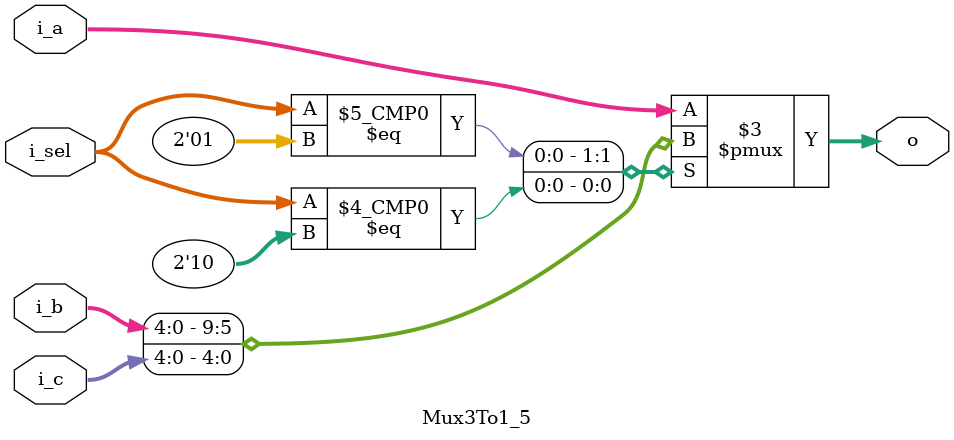
<source format=v>
/*
Assignment 7
Problem no:5 
Semester: 5th
Group: 28
Members: 
Aryan Singh (19CS30007)
Abhinandan De (19CS10069)
*/
`ifndef _MUX3TO1_5_
`define _MUX3TO1_5_
// make a 3 : 1 mux
module Mux3To1_5 (
        input[4:0] i_a,
        input[4:0] i_b,
        input[4:0] i_c,
        input[1:0] i_sel,
        output reg[4:0] o
    );

    
    always @(*) begin
        case (i_sel)
            0: o = i_a; 
            1: o = i_b; 
            2: o = i_c; 
            default: o = i_a;   // anything else
        endcase
    end
endmodule 
`endif // _MUX3TO1_5_
</source>
